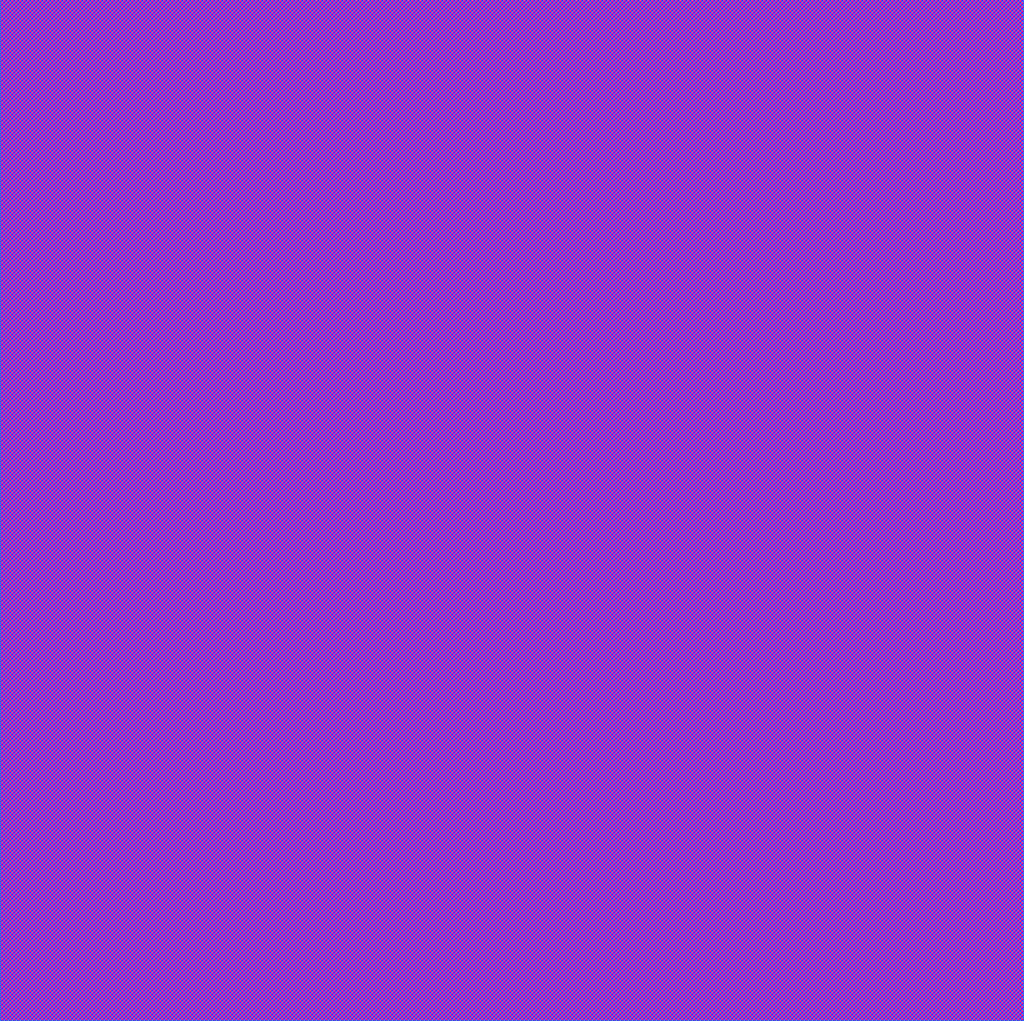
<source format=lef>
##
## LEF for PtnCells ;
## created by Innovus v18.10-p002_1 on Sun Apr 18 01:54:53 2021
##

VERSION 5.5 ;

NAMESCASESENSITIVE ON ;
BUSBITCHARS "[]" ;
DIVIDERCHAR "/" ;

MACRO aesbuffer
  CLASS BLOCK ;
  SIZE 168.150000 BY 167.720000 ;
  FOREIGN aesbuffer 0.000000 0.000000 ;
  ORIGIN 0 0 ;
  SYMMETRY X Y R90 ;
  PIN clk
    DIRECTION INPUT ;
    USE SIGNAL ;
    PORT
      LAYER metal2 ;
        RECT 52.880000 167.650000 52.950000 167.720000 ;
    END
  END clk
  PIN resetn
    DIRECTION INPUT ;
    USE SIGNAL ;
    PORT
      LAYER metal2 ;
        RECT 51.930000 167.650000 52.000000 167.720000 ;
    END
  END resetn
  PIN addr_in[31]
    DIRECTION INPUT ;
    USE SIGNAL ;
    PORT
      LAYER metal2 ;
        RECT 83.280000 167.650000 83.350000 167.720000 ;
    END
  END addr_in[31]
  PIN addr_in[30]
    DIRECTION INPUT ;
    USE SIGNAL ;
    PORT
      LAYER metal2 ;
        RECT 82.330000 167.650000 82.400000 167.720000 ;
    END
  END addr_in[30]
  PIN addr_in[29]
    DIRECTION INPUT ;
    USE SIGNAL ;
    PORT
      LAYER metal2 ;
        RECT 81.380000 167.650000 81.450000 167.720000 ;
    END
  END addr_in[29]
  PIN addr_in[28]
    DIRECTION INPUT ;
    USE SIGNAL ;
    PORT
      LAYER metal2 ;
        RECT 80.430000 167.650000 80.500000 167.720000 ;
    END
  END addr_in[28]
  PIN addr_in[27]
    DIRECTION INPUT ;
    USE SIGNAL ;
    PORT
      LAYER metal2 ;
        RECT 79.480000 167.650000 79.550000 167.720000 ;
    END
  END addr_in[27]
  PIN addr_in[26]
    DIRECTION INPUT ;
    USE SIGNAL ;
    PORT
      LAYER metal2 ;
        RECT 78.530000 167.650000 78.600000 167.720000 ;
    END
  END addr_in[26]
  PIN addr_in[25]
    DIRECTION INPUT ;
    USE SIGNAL ;
    PORT
      LAYER metal2 ;
        RECT 77.580000 167.650000 77.650000 167.720000 ;
    END
  END addr_in[25]
  PIN addr_in[24]
    DIRECTION INPUT ;
    USE SIGNAL ;
    PORT
      LAYER metal2 ;
        RECT 76.630000 167.650000 76.700000 167.720000 ;
    END
  END addr_in[24]
  PIN addr_in[23]
    DIRECTION INPUT ;
    USE SIGNAL ;
    PORT
      LAYER metal2 ;
        RECT 75.680000 167.650000 75.750000 167.720000 ;
    END
  END addr_in[23]
  PIN addr_in[22]
    DIRECTION INPUT ;
    USE SIGNAL ;
    PORT
      LAYER metal2 ;
        RECT 74.730000 167.650000 74.800000 167.720000 ;
    END
  END addr_in[22]
  PIN addr_in[21]
    DIRECTION INPUT ;
    USE SIGNAL ;
    PORT
      LAYER metal2 ;
        RECT 73.780000 167.650000 73.850000 167.720000 ;
    END
  END addr_in[21]
  PIN addr_in[20]
    DIRECTION INPUT ;
    USE SIGNAL ;
    PORT
      LAYER metal2 ;
        RECT 72.830000 167.650000 72.900000 167.720000 ;
    END
  END addr_in[20]
  PIN addr_in[19]
    DIRECTION INPUT ;
    USE SIGNAL ;
    PORT
      LAYER metal2 ;
        RECT 71.880000 167.650000 71.950000 167.720000 ;
    END
  END addr_in[19]
  PIN addr_in[18]
    DIRECTION INPUT ;
    USE SIGNAL ;
    PORT
      LAYER metal2 ;
        RECT 70.930000 167.650000 71.000000 167.720000 ;
    END
  END addr_in[18]
  PIN addr_in[17]
    DIRECTION INPUT ;
    USE SIGNAL ;
    PORT
      LAYER metal2 ;
        RECT 69.980000 167.650000 70.050000 167.720000 ;
    END
  END addr_in[17]
  PIN addr_in[16]
    DIRECTION INPUT ;
    USE SIGNAL ;
    PORT
      LAYER metal2 ;
        RECT 69.030000 167.650000 69.100000 167.720000 ;
    END
  END addr_in[16]
  PIN addr_in[15]
    DIRECTION INPUT ;
    USE SIGNAL ;
    PORT
      LAYER metal2 ;
        RECT 68.080000 167.650000 68.150000 167.720000 ;
    END
  END addr_in[15]
  PIN addr_in[14]
    DIRECTION INPUT ;
    USE SIGNAL ;
    PORT
      LAYER metal2 ;
        RECT 67.130000 167.650000 67.200000 167.720000 ;
    END
  END addr_in[14]
  PIN addr_in[13]
    DIRECTION INPUT ;
    USE SIGNAL ;
    PORT
      LAYER metal2 ;
        RECT 66.180000 167.650000 66.250000 167.720000 ;
    END
  END addr_in[13]
  PIN addr_in[12]
    DIRECTION INPUT ;
    USE SIGNAL ;
    PORT
      LAYER metal2 ;
        RECT 65.230000 167.650000 65.300000 167.720000 ;
    END
  END addr_in[12]
  PIN addr_in[11]
    DIRECTION INPUT ;
    USE SIGNAL ;
    PORT
      LAYER metal2 ;
        RECT 64.280000 167.650000 64.350000 167.720000 ;
    END
  END addr_in[11]
  PIN addr_in[10]
    DIRECTION INPUT ;
    USE SIGNAL ;
    PORT
      LAYER metal2 ;
        RECT 63.330000 167.650000 63.400000 167.720000 ;
    END
  END addr_in[10]
  PIN addr_in[9]
    DIRECTION INPUT ;
    USE SIGNAL ;
    PORT
      LAYER metal2 ;
        RECT 62.380000 167.650000 62.450000 167.720000 ;
    END
  END addr_in[9]
  PIN addr_in[8]
    DIRECTION INPUT ;
    USE SIGNAL ;
    PORT
      LAYER metal2 ;
        RECT 61.430000 167.650000 61.500000 167.720000 ;
    END
  END addr_in[8]
  PIN addr_in[7]
    DIRECTION INPUT ;
    USE SIGNAL ;
    PORT
      LAYER metal2 ;
        RECT 60.480000 167.650000 60.550000 167.720000 ;
    END
  END addr_in[7]
  PIN addr_in[6]
    DIRECTION INPUT ;
    USE SIGNAL ;
    PORT
      LAYER metal2 ;
        RECT 59.530000 167.650000 59.600000 167.720000 ;
    END
  END addr_in[6]
  PIN addr_in[5]
    DIRECTION INPUT ;
    USE SIGNAL ;
    PORT
      LAYER metal2 ;
        RECT 58.580000 167.650000 58.650000 167.720000 ;
    END
  END addr_in[5]
  PIN addr_in[4]
    DIRECTION INPUT ;
    USE SIGNAL ;
    PORT
      LAYER metal2 ;
        RECT 57.630000 167.650000 57.700000 167.720000 ;
    END
  END addr_in[4]
  PIN addr_in[3]
    DIRECTION INPUT ;
    USE SIGNAL ;
    PORT
      LAYER metal2 ;
        RECT 56.680000 167.650000 56.750000 167.720000 ;
    END
  END addr_in[3]
  PIN addr_in[2]
    DIRECTION INPUT ;
    USE SIGNAL ;
    PORT
      LAYER metal2 ;
        RECT 55.730000 167.650000 55.800000 167.720000 ;
    END
  END addr_in[2]
  PIN addr_in[1]
    DIRECTION INPUT ;
    USE SIGNAL ;
    PORT
      LAYER metal2 ;
        RECT 54.780000 167.650000 54.850000 167.720000 ;
    END
  END addr_in[1]
  PIN addr_in[0]
    DIRECTION INPUT ;
    USE SIGNAL ;
    PORT
      LAYER metal2 ;
        RECT 53.830000 167.650000 53.900000 167.720000 ;
    END
  END addr_in[0]
  PIN mr
    DIRECTION INPUT ;
    USE SIGNAL ;
    PORT
      LAYER metal2 ;
        RECT 84.230000 167.650000 84.300000 167.720000 ;
    END
  END mr
  PIN mw
    DIRECTION INPUT ;
    USE SIGNAL ;
    PORT
      LAYER metal2 ;
        RECT 85.180000 167.650000 85.250000 167.720000 ;
    END
  END mw
  PIN data_in[31]
    DIRECTION INPUT ;
    USE SIGNAL ;
    PORT
      LAYER metal2 ;
        RECT 115.580000 167.650000 115.650000 167.720000 ;
    END
  END data_in[31]
  PIN data_in[30]
    DIRECTION INPUT ;
    USE SIGNAL ;
    PORT
      LAYER metal2 ;
        RECT 114.630000 167.650000 114.700000 167.720000 ;
    END
  END data_in[30]
  PIN data_in[29]
    DIRECTION INPUT ;
    USE SIGNAL ;
    PORT
      LAYER metal2 ;
        RECT 113.680000 167.650000 113.750000 167.720000 ;
    END
  END data_in[29]
  PIN data_in[28]
    DIRECTION INPUT ;
    USE SIGNAL ;
    PORT
      LAYER metal2 ;
        RECT 112.730000 167.650000 112.800000 167.720000 ;
    END
  END data_in[28]
  PIN data_in[27]
    DIRECTION INPUT ;
    USE SIGNAL ;
    PORT
      LAYER metal2 ;
        RECT 111.780000 167.650000 111.850000 167.720000 ;
    END
  END data_in[27]
  PIN data_in[26]
    DIRECTION INPUT ;
    USE SIGNAL ;
    PORT
      LAYER metal2 ;
        RECT 110.830000 167.650000 110.900000 167.720000 ;
    END
  END data_in[26]
  PIN data_in[25]
    DIRECTION INPUT ;
    USE SIGNAL ;
    PORT
      LAYER metal2 ;
        RECT 109.880000 167.650000 109.950000 167.720000 ;
    END
  END data_in[25]
  PIN data_in[24]
    DIRECTION INPUT ;
    USE SIGNAL ;
    PORT
      LAYER metal2 ;
        RECT 108.930000 167.650000 109.000000 167.720000 ;
    END
  END data_in[24]
  PIN data_in[23]
    DIRECTION INPUT ;
    USE SIGNAL ;
    PORT
      LAYER metal2 ;
        RECT 107.980000 167.650000 108.050000 167.720000 ;
    END
  END data_in[23]
  PIN data_in[22]
    DIRECTION INPUT ;
    USE SIGNAL ;
    PORT
      LAYER metal2 ;
        RECT 107.030000 167.650000 107.100000 167.720000 ;
    END
  END data_in[22]
  PIN data_in[21]
    DIRECTION INPUT ;
    USE SIGNAL ;
    PORT
      LAYER metal2 ;
        RECT 106.080000 167.650000 106.150000 167.720000 ;
    END
  END data_in[21]
  PIN data_in[20]
    DIRECTION INPUT ;
    USE SIGNAL ;
    PORT
      LAYER metal2 ;
        RECT 105.130000 167.650000 105.200000 167.720000 ;
    END
  END data_in[20]
  PIN data_in[19]
    DIRECTION INPUT ;
    USE SIGNAL ;
    PORT
      LAYER metal2 ;
        RECT 104.180000 167.650000 104.250000 167.720000 ;
    END
  END data_in[19]
  PIN data_in[18]
    DIRECTION INPUT ;
    USE SIGNAL ;
    PORT
      LAYER metal2 ;
        RECT 103.230000 167.650000 103.300000 167.720000 ;
    END
  END data_in[18]
  PIN data_in[17]
    DIRECTION INPUT ;
    USE SIGNAL ;
    PORT
      LAYER metal2 ;
        RECT 102.280000 167.650000 102.350000 167.720000 ;
    END
  END data_in[17]
  PIN data_in[16]
    DIRECTION INPUT ;
    USE SIGNAL ;
    PORT
      LAYER metal2 ;
        RECT 101.330000 167.650000 101.400000 167.720000 ;
    END
  END data_in[16]
  PIN data_in[15]
    DIRECTION INPUT ;
    USE SIGNAL ;
    PORT
      LAYER metal2 ;
        RECT 100.380000 167.650000 100.450000 167.720000 ;
    END
  END data_in[15]
  PIN data_in[14]
    DIRECTION INPUT ;
    USE SIGNAL ;
    PORT
      LAYER metal2 ;
        RECT 99.430000 167.650000 99.500000 167.720000 ;
    END
  END data_in[14]
  PIN data_in[13]
    DIRECTION INPUT ;
    USE SIGNAL ;
    PORT
      LAYER metal2 ;
        RECT 98.480000 167.650000 98.550000 167.720000 ;
    END
  END data_in[13]
  PIN data_in[12]
    DIRECTION INPUT ;
    USE SIGNAL ;
    PORT
      LAYER metal2 ;
        RECT 97.530000 167.650000 97.600000 167.720000 ;
    END
  END data_in[12]
  PIN data_in[11]
    DIRECTION INPUT ;
    USE SIGNAL ;
    PORT
      LAYER metal2 ;
        RECT 96.580000 167.650000 96.650000 167.720000 ;
    END
  END data_in[11]
  PIN data_in[10]
    DIRECTION INPUT ;
    USE SIGNAL ;
    PORT
      LAYER metal2 ;
        RECT 95.630000 167.650000 95.700000 167.720000 ;
    END
  END data_in[10]
  PIN data_in[9]
    DIRECTION INPUT ;
    USE SIGNAL ;
    PORT
      LAYER metal2 ;
        RECT 94.680000 167.650000 94.750000 167.720000 ;
    END
  END data_in[9]
  PIN data_in[8]
    DIRECTION INPUT ;
    USE SIGNAL ;
    PORT
      LAYER metal2 ;
        RECT 93.730000 167.650000 93.800000 167.720000 ;
    END
  END data_in[8]
  PIN data_in[7]
    DIRECTION INPUT ;
    USE SIGNAL ;
    PORT
      LAYER metal2 ;
        RECT 92.780000 167.650000 92.850000 167.720000 ;
    END
  END data_in[7]
  PIN data_in[6]
    DIRECTION INPUT ;
    USE SIGNAL ;
    PORT
      LAYER metal2 ;
        RECT 91.830000 167.650000 91.900000 167.720000 ;
    END
  END data_in[6]
  PIN data_in[5]
    DIRECTION INPUT ;
    USE SIGNAL ;
    PORT
      LAYER metal2 ;
        RECT 90.880000 167.650000 90.950000 167.720000 ;
    END
  END data_in[5]
  PIN data_in[4]
    DIRECTION INPUT ;
    USE SIGNAL ;
    PORT
      LAYER metal2 ;
        RECT 89.930000 167.650000 90.000000 167.720000 ;
    END
  END data_in[4]
  PIN data_in[3]
    DIRECTION INPUT ;
    USE SIGNAL ;
    PORT
      LAYER metal2 ;
        RECT 88.980000 167.650000 89.050000 167.720000 ;
    END
  END data_in[3]
  PIN data_in[2]
    DIRECTION INPUT ;
    USE SIGNAL ;
    PORT
      LAYER metal2 ;
        RECT 88.030000 167.650000 88.100000 167.720000 ;
    END
  END data_in[2]
  PIN data_in[1]
    DIRECTION INPUT ;
    USE SIGNAL ;
    PORT
      LAYER metal2 ;
        RECT 87.080000 167.650000 87.150000 167.720000 ;
    END
  END data_in[1]
  PIN data_in[0]
    DIRECTION INPUT ;
    USE SIGNAL ;
    PORT
      LAYER metal2 ;
        RECT 86.130000 167.650000 86.200000 167.720000 ;
    END
  END data_in[0]
  PIN data_out[31]
    DIRECTION OUTPUT ;
    USE SIGNAL ;
    PORT
      LAYER metal2 ;
        RECT 168.080000 62.195000 168.150000 62.265000 ;
    END
  END data_out[31]
  PIN data_out[30]
    DIRECTION OUTPUT ;
    USE SIGNAL ;
    PORT
      LAYER metal2 ;
        RECT 168.080000 63.595000 168.150000 63.665000 ;
    END
  END data_out[30]
  PIN data_out[29]
    DIRECTION OUTPUT ;
    USE SIGNAL ;
    PORT
      LAYER metal2 ;
        RECT 168.080000 64.995000 168.150000 65.065000 ;
    END
  END data_out[29]
  PIN data_out[28]
    DIRECTION OUTPUT ;
    USE SIGNAL ;
    PORT
      LAYER metal2 ;
        RECT 168.080000 66.395000 168.150000 66.465000 ;
    END
  END data_out[28]
  PIN data_out[27]
    DIRECTION OUTPUT ;
    USE SIGNAL ;
    PORT
      LAYER metal2 ;
        RECT 168.080000 67.795000 168.150000 67.865000 ;
    END
  END data_out[27]
  PIN data_out[26]
    DIRECTION OUTPUT ;
    USE SIGNAL ;
    PORT
      LAYER metal2 ;
        RECT 168.080000 69.195000 168.150000 69.265000 ;
    END
  END data_out[26]
  PIN data_out[25]
    DIRECTION OUTPUT ;
    USE SIGNAL ;
    PORT
      LAYER metal2 ;
        RECT 168.080000 70.595000 168.150000 70.665000 ;
    END
  END data_out[25]
  PIN data_out[24]
    DIRECTION OUTPUT ;
    USE SIGNAL ;
    PORT
      LAYER metal2 ;
        RECT 168.080000 71.995000 168.150000 72.065000 ;
    END
  END data_out[24]
  PIN data_out[23]
    DIRECTION OUTPUT ;
    USE SIGNAL ;
    PORT
      LAYER metal2 ;
        RECT 168.080000 73.395000 168.150000 73.465000 ;
    END
  END data_out[23]
  PIN data_out[22]
    DIRECTION OUTPUT ;
    USE SIGNAL ;
    PORT
      LAYER metal2 ;
        RECT 168.080000 74.795000 168.150000 74.865000 ;
    END
  END data_out[22]
  PIN data_out[21]
    DIRECTION OUTPUT ;
    USE SIGNAL ;
    PORT
      LAYER metal2 ;
        RECT 168.080000 76.195000 168.150000 76.265000 ;
    END
  END data_out[21]
  PIN data_out[20]
    DIRECTION OUTPUT ;
    USE SIGNAL ;
    PORT
      LAYER metal2 ;
        RECT 168.080000 77.595000 168.150000 77.665000 ;
    END
  END data_out[20]
  PIN data_out[19]
    DIRECTION OUTPUT ;
    USE SIGNAL ;
    PORT
      LAYER metal2 ;
        RECT 168.080000 78.995000 168.150000 79.065000 ;
    END
  END data_out[19]
  PIN data_out[18]
    DIRECTION OUTPUT ;
    USE SIGNAL ;
    PORT
      LAYER metal2 ;
        RECT 168.080000 80.395000 168.150000 80.465000 ;
    END
  END data_out[18]
  PIN data_out[17]
    DIRECTION OUTPUT ;
    USE SIGNAL ;
    PORT
      LAYER metal2 ;
        RECT 168.080000 81.795000 168.150000 81.865000 ;
    END
  END data_out[17]
  PIN data_out[16]
    DIRECTION OUTPUT ;
    USE SIGNAL ;
    PORT
      LAYER metal2 ;
        RECT 168.080000 83.195000 168.150000 83.265000 ;
    END
  END data_out[16]
  PIN data_out[15]
    DIRECTION OUTPUT ;
    USE SIGNAL ;
    PORT
      LAYER metal2 ;
        RECT 168.080000 84.595000 168.150000 84.665000 ;
    END
  END data_out[15]
  PIN data_out[14]
    DIRECTION OUTPUT ;
    USE SIGNAL ;
    PORT
      LAYER metal2 ;
        RECT 168.080000 85.995000 168.150000 86.065000 ;
    END
  END data_out[14]
  PIN data_out[13]
    DIRECTION OUTPUT ;
    USE SIGNAL ;
    PORT
      LAYER metal2 ;
        RECT 168.080000 87.395000 168.150000 87.465000 ;
    END
  END data_out[13]
  PIN data_out[12]
    DIRECTION OUTPUT ;
    USE SIGNAL ;
    PORT
      LAYER metal2 ;
        RECT 168.080000 88.795000 168.150000 88.865000 ;
    END
  END data_out[12]
  PIN data_out[11]
    DIRECTION OUTPUT ;
    USE SIGNAL ;
    PORT
      LAYER metal2 ;
        RECT 168.080000 90.195000 168.150000 90.265000 ;
    END
  END data_out[11]
  PIN data_out[10]
    DIRECTION OUTPUT ;
    USE SIGNAL ;
    PORT
      LAYER metal2 ;
        RECT 168.080000 91.595000 168.150000 91.665000 ;
    END
  END data_out[10]
  PIN data_out[9]
    DIRECTION OUTPUT ;
    USE SIGNAL ;
    PORT
      LAYER metal2 ;
        RECT 168.080000 92.995000 168.150000 93.065000 ;
    END
  END data_out[9]
  PIN data_out[8]
    DIRECTION OUTPUT ;
    USE SIGNAL ;
    PORT
      LAYER metal2 ;
        RECT 168.080000 94.395000 168.150000 94.465000 ;
    END
  END data_out[8]
  PIN data_out[7]
    DIRECTION OUTPUT ;
    USE SIGNAL ;
    PORT
      LAYER metal2 ;
        RECT 168.080000 95.795000 168.150000 95.865000 ;
    END
  END data_out[7]
  PIN data_out[6]
    DIRECTION OUTPUT ;
    USE SIGNAL ;
    PORT
      LAYER metal2 ;
        RECT 168.080000 97.195000 168.150000 97.265000 ;
    END
  END data_out[6]
  PIN data_out[5]
    DIRECTION OUTPUT ;
    USE SIGNAL ;
    PORT
      LAYER metal2 ;
        RECT 168.080000 98.595000 168.150000 98.665000 ;
    END
  END data_out[5]
  PIN data_out[4]
    DIRECTION OUTPUT ;
    USE SIGNAL ;
    PORT
      LAYER metal2 ;
        RECT 168.080000 99.995000 168.150000 100.065000 ;
    END
  END data_out[4]
  PIN data_out[3]
    DIRECTION OUTPUT ;
    USE SIGNAL ;
    PORT
      LAYER metal2 ;
        RECT 168.080000 101.395000 168.150000 101.465000 ;
    END
  END data_out[3]
  PIN data_out[2]
    DIRECTION OUTPUT ;
    USE SIGNAL ;
    PORT
      LAYER metal2 ;
        RECT 168.080000 102.795000 168.150000 102.865000 ;
    END
  END data_out[2]
  PIN data_out[1]
    DIRECTION OUTPUT ;
    USE SIGNAL ;
    PORT
      LAYER metal2 ;
        RECT 168.080000 104.195000 168.150000 104.265000 ;
    END
  END data_out[1]
  PIN data_out[0]
    DIRECTION OUTPUT ;
    USE SIGNAL ;
    PORT
      LAYER metal2 ;
        RECT 168.080000 105.595000 168.150000 105.665000 ;
    END
  END data_out[0]
  OBS
    LAYER metal1 ;
      RECT 0.000000 0.000000 168.150000 167.720000 ;
    LAYER metal2 ;
      RECT 115.720000 167.580000 168.150000 167.720000 ;
      RECT 114.770000 167.580000 115.510000 167.720000 ;
      RECT 113.820000 167.580000 114.560000 167.720000 ;
      RECT 112.870000 167.580000 113.610000 167.720000 ;
      RECT 111.920000 167.580000 112.660000 167.720000 ;
      RECT 110.970000 167.580000 111.710000 167.720000 ;
      RECT 110.020000 167.580000 110.760000 167.720000 ;
      RECT 109.070000 167.580000 109.810000 167.720000 ;
      RECT 108.120000 167.580000 108.860000 167.720000 ;
      RECT 107.170000 167.580000 107.910000 167.720000 ;
      RECT 106.220000 167.580000 106.960000 167.720000 ;
      RECT 105.270000 167.580000 106.010000 167.720000 ;
      RECT 104.320000 167.580000 105.060000 167.720000 ;
      RECT 103.370000 167.580000 104.110000 167.720000 ;
      RECT 102.420000 167.580000 103.160000 167.720000 ;
      RECT 101.470000 167.580000 102.210000 167.720000 ;
      RECT 100.520000 167.580000 101.260000 167.720000 ;
      RECT 99.570000 167.580000 100.310000 167.720000 ;
      RECT 98.620000 167.580000 99.360000 167.720000 ;
      RECT 97.670000 167.580000 98.410000 167.720000 ;
      RECT 96.720000 167.580000 97.460000 167.720000 ;
      RECT 95.770000 167.580000 96.510000 167.720000 ;
      RECT 94.820000 167.580000 95.560000 167.720000 ;
      RECT 93.870000 167.580000 94.610000 167.720000 ;
      RECT 92.920000 167.580000 93.660000 167.720000 ;
      RECT 91.970000 167.580000 92.710000 167.720000 ;
      RECT 91.020000 167.580000 91.760000 167.720000 ;
      RECT 90.070000 167.580000 90.810000 167.720000 ;
      RECT 89.120000 167.580000 89.860000 167.720000 ;
      RECT 88.170000 167.580000 88.910000 167.720000 ;
      RECT 87.220000 167.580000 87.960000 167.720000 ;
      RECT 86.270000 167.580000 87.010000 167.720000 ;
      RECT 85.320000 167.580000 86.060000 167.720000 ;
      RECT 84.370000 167.580000 85.110000 167.720000 ;
      RECT 83.420000 167.580000 84.160000 167.720000 ;
      RECT 82.470000 167.580000 83.210000 167.720000 ;
      RECT 81.520000 167.580000 82.260000 167.720000 ;
      RECT 80.570000 167.580000 81.310000 167.720000 ;
      RECT 79.620000 167.580000 80.360000 167.720000 ;
      RECT 78.670000 167.580000 79.410000 167.720000 ;
      RECT 77.720000 167.580000 78.460000 167.720000 ;
      RECT 76.770000 167.580000 77.510000 167.720000 ;
      RECT 75.820000 167.580000 76.560000 167.720000 ;
      RECT 74.870000 167.580000 75.610000 167.720000 ;
      RECT 73.920000 167.580000 74.660000 167.720000 ;
      RECT 72.970000 167.580000 73.710000 167.720000 ;
      RECT 72.020000 167.580000 72.760000 167.720000 ;
      RECT 71.070000 167.580000 71.810000 167.720000 ;
      RECT 70.120000 167.580000 70.860000 167.720000 ;
      RECT 69.170000 167.580000 69.910000 167.720000 ;
      RECT 68.220000 167.580000 68.960000 167.720000 ;
      RECT 67.270000 167.580000 68.010000 167.720000 ;
      RECT 66.320000 167.580000 67.060000 167.720000 ;
      RECT 65.370000 167.580000 66.110000 167.720000 ;
      RECT 64.420000 167.580000 65.160000 167.720000 ;
      RECT 63.470000 167.580000 64.210000 167.720000 ;
      RECT 62.520000 167.580000 63.260000 167.720000 ;
      RECT 61.570000 167.580000 62.310000 167.720000 ;
      RECT 60.620000 167.580000 61.360000 167.720000 ;
      RECT 59.670000 167.580000 60.410000 167.720000 ;
      RECT 58.720000 167.580000 59.460000 167.720000 ;
      RECT 57.770000 167.580000 58.510000 167.720000 ;
      RECT 56.820000 167.580000 57.560000 167.720000 ;
      RECT 55.870000 167.580000 56.610000 167.720000 ;
      RECT 54.920000 167.580000 55.660000 167.720000 ;
      RECT 53.970000 167.580000 54.710000 167.720000 ;
      RECT 53.020000 167.580000 53.760000 167.720000 ;
      RECT 52.070000 167.580000 52.810000 167.720000 ;
      RECT 0.000000 167.580000 51.860000 167.720000 ;
      RECT 0.000000 105.735000 168.150000 167.580000 ;
      RECT 0.000000 105.525000 168.010000 105.735000 ;
      RECT 0.000000 104.335000 168.150000 105.525000 ;
      RECT 0.000000 104.125000 168.010000 104.335000 ;
      RECT 0.000000 102.935000 168.150000 104.125000 ;
      RECT 0.000000 102.725000 168.010000 102.935000 ;
      RECT 0.000000 101.535000 168.150000 102.725000 ;
      RECT 0.000000 101.325000 168.010000 101.535000 ;
      RECT 0.000000 100.135000 168.150000 101.325000 ;
      RECT 0.000000 99.925000 168.010000 100.135000 ;
      RECT 0.000000 98.735000 168.150000 99.925000 ;
      RECT 0.000000 98.525000 168.010000 98.735000 ;
      RECT 0.000000 97.335000 168.150000 98.525000 ;
      RECT 0.000000 97.125000 168.010000 97.335000 ;
      RECT 0.000000 95.935000 168.150000 97.125000 ;
      RECT 0.000000 95.725000 168.010000 95.935000 ;
      RECT 0.000000 94.535000 168.150000 95.725000 ;
      RECT 0.000000 94.325000 168.010000 94.535000 ;
      RECT 0.000000 93.135000 168.150000 94.325000 ;
      RECT 0.000000 92.925000 168.010000 93.135000 ;
      RECT 0.000000 91.735000 168.150000 92.925000 ;
      RECT 0.000000 91.525000 168.010000 91.735000 ;
      RECT 0.000000 90.335000 168.150000 91.525000 ;
      RECT 0.000000 90.125000 168.010000 90.335000 ;
      RECT 0.000000 88.935000 168.150000 90.125000 ;
      RECT 0.000000 88.725000 168.010000 88.935000 ;
      RECT 0.000000 87.535000 168.150000 88.725000 ;
      RECT 0.000000 87.325000 168.010000 87.535000 ;
      RECT 0.000000 86.135000 168.150000 87.325000 ;
      RECT 0.000000 85.925000 168.010000 86.135000 ;
      RECT 0.000000 84.735000 168.150000 85.925000 ;
      RECT 0.000000 84.525000 168.010000 84.735000 ;
      RECT 0.000000 83.335000 168.150000 84.525000 ;
      RECT 0.000000 83.125000 168.010000 83.335000 ;
      RECT 0.000000 81.935000 168.150000 83.125000 ;
      RECT 0.000000 81.725000 168.010000 81.935000 ;
      RECT 0.000000 80.535000 168.150000 81.725000 ;
      RECT 0.000000 80.325000 168.010000 80.535000 ;
      RECT 0.000000 79.135000 168.150000 80.325000 ;
      RECT 0.000000 78.925000 168.010000 79.135000 ;
      RECT 0.000000 77.735000 168.150000 78.925000 ;
      RECT 0.000000 77.525000 168.010000 77.735000 ;
      RECT 0.000000 76.335000 168.150000 77.525000 ;
      RECT 0.000000 76.125000 168.010000 76.335000 ;
      RECT 0.000000 74.935000 168.150000 76.125000 ;
      RECT 0.000000 74.725000 168.010000 74.935000 ;
      RECT 0.000000 73.535000 168.150000 74.725000 ;
      RECT 0.000000 73.325000 168.010000 73.535000 ;
      RECT 0.000000 72.135000 168.150000 73.325000 ;
      RECT 0.000000 71.925000 168.010000 72.135000 ;
      RECT 0.000000 70.735000 168.150000 71.925000 ;
      RECT 0.000000 70.525000 168.010000 70.735000 ;
      RECT 0.000000 69.335000 168.150000 70.525000 ;
      RECT 0.000000 69.125000 168.010000 69.335000 ;
      RECT 0.000000 67.935000 168.150000 69.125000 ;
      RECT 0.000000 67.725000 168.010000 67.935000 ;
      RECT 0.000000 66.535000 168.150000 67.725000 ;
      RECT 0.000000 66.325000 168.010000 66.535000 ;
      RECT 0.000000 65.135000 168.150000 66.325000 ;
      RECT 0.000000 64.925000 168.010000 65.135000 ;
      RECT 0.000000 63.735000 168.150000 64.925000 ;
      RECT 0.000000 63.525000 168.010000 63.735000 ;
      RECT 0.000000 62.335000 168.150000 63.525000 ;
      RECT 0.000000 62.125000 168.010000 62.335000 ;
      RECT 0.000000 0.000000 168.150000 62.125000 ;
    LAYER metal3 ;
      RECT 0.000000 0.000000 168.150000 167.720000 ;
    LAYER metal4 ;
      RECT 0.000000 0.000000 168.150000 167.720000 ;
    LAYER metal5 ;
      RECT 0.000000 0.000000 168.150000 167.720000 ;
    LAYER metal6 ;
      RECT 0.000000 0.000000 168.150000 167.720000 ;
    LAYER metal7 ;
      RECT 0.000000 0.000000 168.150000 167.720000 ;
    LAYER metal8 ;
      RECT 0.000000 0.000000 168.150000 167.720000 ;
    LAYER metal9 ;
      RECT 0.000000 0.000000 168.150000 167.720000 ;
    LAYER metal10 ;
      RECT 0.000000 0.000000 168.150000 167.720000 ;
  END
END aesbuffer

END LIBRARY

</source>
